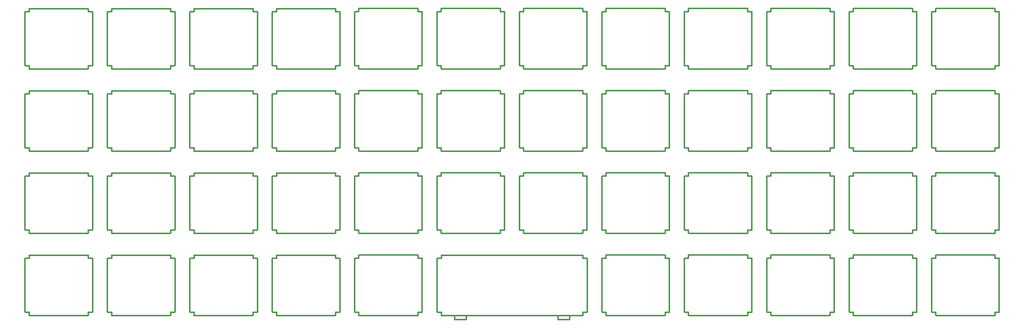
<source format=gts>
G04 #@! TF.GenerationSoftware,KiCad,Pcbnew,(5.1.10)-1*
G04 #@! TF.CreationDate,2022-01-10T13:39:26-05:00*
G04 #@! TF.ProjectId,40 plate,34302520-706c-4617-9465-2e6b69636164,rev?*
G04 #@! TF.SameCoordinates,Original*
G04 #@! TF.FileFunction,Soldermask,Top*
G04 #@! TF.FilePolarity,Negative*
%FSLAX46Y46*%
G04 Gerber Fmt 4.6, Leading zero omitted, Abs format (unit mm)*
G04 Created by KiCad (PCBNEW (5.1.10)-1) date 2022-01-10 13:39:26*
%MOMM*%
%LPD*%
G01*
G04 APERTURE LIST*
%ADD10O,0.300000X1.050000*%
%ADD11O,1.250000X0.300000*%
%ADD12O,0.300000X12.800000*%
%ADD13O,14.000000X0.300000*%
%ADD14O,0.304800X1.219200*%
%ADD15O,3.048000X0.304800*%
%ADD16O,33.050000X0.300000*%
G04 APERTURE END LIST*
D10*
X67175000Y-127275000D03*
D11*
X67650000Y-126900000D03*
X67650000Y-114400000D03*
D10*
X67175000Y-114025000D03*
X53475000Y-114025000D03*
D11*
X53000000Y-114400000D03*
X53000000Y-126900000D03*
D10*
X53475000Y-127275000D03*
D12*
X68125000Y-120650000D03*
X52525000Y-120650000D03*
D13*
X60325000Y-127650000D03*
X60325000Y-113650000D03*
D10*
X86225000Y-108225000D03*
D11*
X86700000Y-107850000D03*
X86700000Y-95350000D03*
D10*
X86225000Y-94975000D03*
X72525000Y-94975000D03*
D11*
X72050000Y-95350000D03*
X72050000Y-107850000D03*
D10*
X72525000Y-108225000D03*
D12*
X87175000Y-101600000D03*
X71575000Y-101600000D03*
D13*
X79375000Y-108600000D03*
X79375000Y-94600000D03*
D10*
X48125000Y-108225000D03*
D11*
X48600000Y-107850000D03*
X48600000Y-95350000D03*
D10*
X48125000Y-94975000D03*
X34425000Y-94975000D03*
D11*
X33950000Y-95350000D03*
X33950000Y-107850000D03*
D10*
X34425000Y-108225000D03*
D12*
X49075000Y-101600000D03*
X33475000Y-101600000D03*
D13*
X41275000Y-108600000D03*
X41275000Y-94600000D03*
D10*
X86225000Y-127275000D03*
D11*
X86700000Y-126900000D03*
X86700000Y-114400000D03*
D10*
X86225000Y-114025000D03*
X72525000Y-114025000D03*
D11*
X72050000Y-114400000D03*
X72050000Y-126900000D03*
D10*
X72525000Y-127275000D03*
D12*
X87175000Y-120650000D03*
X71575000Y-120650000D03*
D13*
X79375000Y-127650000D03*
X79375000Y-113650000D03*
D10*
X67175000Y-108225000D03*
D11*
X67650000Y-107850000D03*
X67650000Y-95350000D03*
D10*
X67175000Y-94975000D03*
X53475000Y-94975000D03*
D11*
X53000000Y-95350000D03*
X53000000Y-107850000D03*
D10*
X53475000Y-108225000D03*
D12*
X68125000Y-101600000D03*
X52525000Y-101600000D03*
D13*
X60325000Y-108600000D03*
X60325000Y-94600000D03*
D10*
X105275000Y-108225000D03*
D11*
X105750000Y-107850000D03*
X105750000Y-95350000D03*
D10*
X105275000Y-94975000D03*
X91575000Y-94975000D03*
D11*
X91100000Y-95350000D03*
X91100000Y-107850000D03*
D10*
X91575000Y-108225000D03*
D12*
X106225000Y-101600000D03*
X90625000Y-101600000D03*
D13*
X98425000Y-108600000D03*
X98425000Y-94600000D03*
D10*
X48125000Y-127275000D03*
D11*
X48600000Y-126900000D03*
X48600000Y-114400000D03*
D10*
X48125000Y-114025000D03*
X34425000Y-114025000D03*
D11*
X33950000Y-114400000D03*
X33950000Y-126900000D03*
D10*
X34425000Y-127275000D03*
D12*
X49075000Y-120650000D03*
X33475000Y-120650000D03*
D13*
X41275000Y-127650000D03*
X41275000Y-113650000D03*
D10*
X105275000Y-127275000D03*
D11*
X105750000Y-126900000D03*
X105750000Y-114400000D03*
D10*
X105275000Y-114025000D03*
X91575000Y-114025000D03*
D11*
X91100000Y-114400000D03*
X91100000Y-126900000D03*
D10*
X91575000Y-127275000D03*
D12*
X106225000Y-120650000D03*
X90625000Y-120650000D03*
D13*
X98425000Y-127650000D03*
X98425000Y-113650000D03*
X212700000Y-113625000D03*
X212700000Y-127625000D03*
D12*
X204900000Y-120625000D03*
X220500000Y-120625000D03*
D10*
X205850000Y-127250000D03*
D11*
X205375000Y-126875000D03*
X205375000Y-114375000D03*
D10*
X205850000Y-114000000D03*
X219550000Y-114000000D03*
D11*
X220025000Y-114375000D03*
X220025000Y-126875000D03*
D10*
X219550000Y-127250000D03*
D13*
X231750000Y-94575000D03*
X231750000Y-108575000D03*
D12*
X223950000Y-101575000D03*
X239550000Y-101575000D03*
D10*
X224900000Y-108200000D03*
D11*
X224425000Y-107825000D03*
X224425000Y-95325000D03*
D10*
X224900000Y-94950000D03*
X238600000Y-94950000D03*
D11*
X239075000Y-95325000D03*
X239075000Y-107825000D03*
D10*
X238600000Y-108200000D03*
D13*
X250800000Y-113625000D03*
X250800000Y-127625000D03*
D12*
X243000000Y-120625000D03*
X258600000Y-120625000D03*
D10*
X243950000Y-127250000D03*
D11*
X243475000Y-126875000D03*
X243475000Y-114375000D03*
D10*
X243950000Y-114000000D03*
X257650000Y-114000000D03*
D11*
X258125000Y-114375000D03*
X258125000Y-126875000D03*
D10*
X257650000Y-127250000D03*
D13*
X193650000Y-94575000D03*
X193650000Y-108575000D03*
D12*
X185850000Y-101575000D03*
X201450000Y-101575000D03*
D10*
X186800000Y-108200000D03*
D11*
X186325000Y-107825000D03*
X186325000Y-95325000D03*
D10*
X186800000Y-94950000D03*
X200500000Y-94950000D03*
D11*
X200975000Y-95325000D03*
X200975000Y-107825000D03*
D10*
X200500000Y-108200000D03*
D13*
X231750000Y-113625000D03*
X231750000Y-127625000D03*
D12*
X223950000Y-120625000D03*
X239550000Y-120625000D03*
D10*
X224900000Y-127250000D03*
D11*
X224425000Y-126875000D03*
X224425000Y-114375000D03*
D10*
X224900000Y-114000000D03*
X238600000Y-114000000D03*
D11*
X239075000Y-114375000D03*
X239075000Y-126875000D03*
D10*
X238600000Y-127250000D03*
D13*
X212700000Y-94575000D03*
X212700000Y-108575000D03*
D12*
X204900000Y-101575000D03*
X220500000Y-101575000D03*
D10*
X205850000Y-108200000D03*
D11*
X205375000Y-107825000D03*
X205375000Y-95325000D03*
D10*
X205850000Y-94950000D03*
X219550000Y-94950000D03*
D11*
X220025000Y-95325000D03*
X220025000Y-107825000D03*
D10*
X219550000Y-108200000D03*
D13*
X250800000Y-94575000D03*
X250800000Y-108575000D03*
D12*
X243000000Y-101575000D03*
X258600000Y-101575000D03*
D10*
X243950000Y-108200000D03*
D11*
X243475000Y-107825000D03*
X243475000Y-95325000D03*
D10*
X243950000Y-94950000D03*
X257650000Y-94950000D03*
D11*
X258125000Y-95325000D03*
X258125000Y-107825000D03*
D10*
X257650000Y-108200000D03*
D13*
X193650000Y-113625000D03*
X193650000Y-127625000D03*
D12*
X185850000Y-120625000D03*
X201450000Y-120625000D03*
D10*
X186800000Y-127250000D03*
D11*
X186325000Y-126875000D03*
X186325000Y-114375000D03*
D10*
X186800000Y-114000000D03*
X200500000Y-114000000D03*
D11*
X200975000Y-114375000D03*
X200975000Y-126875000D03*
D10*
X200500000Y-127250000D03*
D13*
X155550000Y-94575000D03*
X155550000Y-108575000D03*
D12*
X147750000Y-101575000D03*
X163350000Y-101575000D03*
D10*
X148700000Y-108200000D03*
D11*
X148225000Y-107825000D03*
X148225000Y-95325000D03*
D10*
X148700000Y-94950000D03*
X162400000Y-94950000D03*
D11*
X162875000Y-95325000D03*
X162875000Y-107825000D03*
D10*
X162400000Y-108200000D03*
D13*
X136500000Y-94575000D03*
X136500000Y-108575000D03*
D12*
X128700000Y-101575000D03*
X144300000Y-101575000D03*
D10*
X129650000Y-108200000D03*
D11*
X129175000Y-107825000D03*
X129175000Y-95325000D03*
D10*
X129650000Y-94950000D03*
X143350000Y-94950000D03*
D11*
X143825000Y-95325000D03*
X143825000Y-107825000D03*
D10*
X143350000Y-108200000D03*
D13*
X117450000Y-113625000D03*
X117450000Y-127625000D03*
D12*
X109650000Y-120625000D03*
X125250000Y-120625000D03*
D10*
X110600000Y-127250000D03*
D11*
X110125000Y-126875000D03*
X110125000Y-114375000D03*
D10*
X110600000Y-114000000D03*
X124300000Y-114000000D03*
D11*
X124775000Y-114375000D03*
X124775000Y-126875000D03*
D10*
X124300000Y-127250000D03*
D13*
X174600000Y-94575000D03*
X174600000Y-108575000D03*
D12*
X166800000Y-101575000D03*
X182400000Y-101575000D03*
D10*
X167750000Y-108200000D03*
D11*
X167275000Y-107825000D03*
X167275000Y-95325000D03*
D10*
X167750000Y-94950000D03*
X181450000Y-94950000D03*
D11*
X181925000Y-95325000D03*
X181925000Y-107825000D03*
D10*
X181450000Y-108200000D03*
D13*
X117450000Y-94575000D03*
X117450000Y-108575000D03*
D12*
X109650000Y-101575000D03*
X125250000Y-101575000D03*
D10*
X110600000Y-108200000D03*
D11*
X110125000Y-107825000D03*
X110125000Y-95325000D03*
D10*
X110600000Y-94950000D03*
X124300000Y-94950000D03*
D11*
X124775000Y-95325000D03*
X124775000Y-107825000D03*
D10*
X124300000Y-108200000D03*
D13*
X174600000Y-113625000D03*
X174600000Y-127625000D03*
D12*
X166800000Y-120625000D03*
X182400000Y-120625000D03*
D10*
X167750000Y-127250000D03*
D11*
X167275000Y-126875000D03*
X167275000Y-114375000D03*
D10*
X167750000Y-114000000D03*
X181450000Y-114000000D03*
D11*
X181925000Y-114375000D03*
X181925000Y-126875000D03*
D10*
X181450000Y-127250000D03*
X219550000Y-89150000D03*
D11*
X220025000Y-88775000D03*
X220025000Y-76275000D03*
D10*
X219550000Y-75900000D03*
X205850000Y-75900000D03*
D11*
X205375000Y-76275000D03*
X205375000Y-88775000D03*
D10*
X205850000Y-89150000D03*
D12*
X220500000Y-82525000D03*
X204900000Y-82525000D03*
D13*
X212700000Y-89525000D03*
X212700000Y-75525000D03*
D10*
X238600000Y-70100000D03*
D11*
X239075000Y-69725000D03*
X239075000Y-57225000D03*
D10*
X238600000Y-56850000D03*
X224900000Y-56850000D03*
D11*
X224425000Y-57225000D03*
X224425000Y-69725000D03*
D10*
X224900000Y-70100000D03*
D12*
X239550000Y-63475000D03*
X223950000Y-63475000D03*
D13*
X231750000Y-70475000D03*
X231750000Y-56475000D03*
D10*
X200500000Y-70100000D03*
D11*
X200975000Y-69725000D03*
X200975000Y-57225000D03*
D10*
X200500000Y-56850000D03*
X186800000Y-56850000D03*
D11*
X186325000Y-57225000D03*
X186325000Y-69725000D03*
D10*
X186800000Y-70100000D03*
D12*
X201450000Y-63475000D03*
X185850000Y-63475000D03*
D13*
X193650000Y-70475000D03*
X193650000Y-56475000D03*
D10*
X238600000Y-89150000D03*
D11*
X239075000Y-88775000D03*
X239075000Y-76275000D03*
D10*
X238600000Y-75900000D03*
X224900000Y-75900000D03*
D11*
X224425000Y-76275000D03*
X224425000Y-88775000D03*
D10*
X224900000Y-89150000D03*
D12*
X239550000Y-82525000D03*
X223950000Y-82525000D03*
D13*
X231750000Y-89525000D03*
X231750000Y-75525000D03*
D10*
X219550000Y-70100000D03*
D11*
X220025000Y-69725000D03*
X220025000Y-57225000D03*
D10*
X219550000Y-56850000D03*
X205850000Y-56850000D03*
D11*
X205375000Y-57225000D03*
X205375000Y-69725000D03*
D10*
X205850000Y-70100000D03*
D12*
X220500000Y-63475000D03*
X204900000Y-63475000D03*
D13*
X212700000Y-70475000D03*
X212700000Y-56475000D03*
D10*
X257650000Y-70100000D03*
D11*
X258125000Y-69725000D03*
X258125000Y-57225000D03*
D10*
X257650000Y-56850000D03*
X243950000Y-56850000D03*
D11*
X243475000Y-57225000D03*
X243475000Y-69725000D03*
D10*
X243950000Y-70100000D03*
D12*
X258600000Y-63475000D03*
X243000000Y-63475000D03*
D13*
X250800000Y-70475000D03*
X250800000Y-56475000D03*
D10*
X200500000Y-89150000D03*
D11*
X200975000Y-88775000D03*
X200975000Y-76275000D03*
D10*
X200500000Y-75900000D03*
X186800000Y-75900000D03*
D11*
X186325000Y-76275000D03*
X186325000Y-88775000D03*
D10*
X186800000Y-89150000D03*
D12*
X201450000Y-82525000D03*
X185850000Y-82525000D03*
D13*
X193650000Y-89525000D03*
X193650000Y-75525000D03*
D10*
X257650000Y-89150000D03*
D11*
X258125000Y-88775000D03*
X258125000Y-76275000D03*
D10*
X257650000Y-75900000D03*
X243950000Y-75900000D03*
D11*
X243475000Y-76275000D03*
X243475000Y-88775000D03*
D10*
X243950000Y-89150000D03*
D12*
X258600000Y-82525000D03*
X243000000Y-82525000D03*
D13*
X250800000Y-89525000D03*
X250800000Y-75525000D03*
D10*
X143350000Y-89150000D03*
D11*
X143825000Y-88775000D03*
X143825000Y-76275000D03*
D10*
X143350000Y-75900000D03*
X129650000Y-75900000D03*
D11*
X129175000Y-76275000D03*
X129175000Y-88775000D03*
D10*
X129650000Y-89150000D03*
D12*
X144300000Y-82525000D03*
X128700000Y-82525000D03*
D13*
X136500000Y-89525000D03*
X136500000Y-75525000D03*
D10*
X162400000Y-70100000D03*
D11*
X162875000Y-69725000D03*
X162875000Y-57225000D03*
D10*
X162400000Y-56850000D03*
X148700000Y-56850000D03*
D11*
X148225000Y-57225000D03*
X148225000Y-69725000D03*
D10*
X148700000Y-70100000D03*
D12*
X163350000Y-63475000D03*
X147750000Y-63475000D03*
D13*
X155550000Y-70475000D03*
X155550000Y-56475000D03*
D10*
X124300000Y-70100000D03*
D11*
X124775000Y-69725000D03*
X124775000Y-57225000D03*
D10*
X124300000Y-56850000D03*
X110600000Y-56850000D03*
D11*
X110125000Y-57225000D03*
X110125000Y-69725000D03*
D10*
X110600000Y-70100000D03*
D12*
X125250000Y-63475000D03*
X109650000Y-63475000D03*
D13*
X117450000Y-70475000D03*
X117450000Y-56475000D03*
D10*
X162400000Y-89150000D03*
D11*
X162875000Y-88775000D03*
X162875000Y-76275000D03*
D10*
X162400000Y-75900000D03*
X148700000Y-75900000D03*
D11*
X148225000Y-76275000D03*
X148225000Y-88775000D03*
D10*
X148700000Y-89150000D03*
D12*
X163350000Y-82525000D03*
X147750000Y-82525000D03*
D13*
X155550000Y-89525000D03*
X155550000Y-75525000D03*
D10*
X143350000Y-70100000D03*
D11*
X143825000Y-69725000D03*
X143825000Y-57225000D03*
D10*
X143350000Y-56850000D03*
X129650000Y-56850000D03*
D11*
X129175000Y-57225000D03*
X129175000Y-69725000D03*
D10*
X129650000Y-70100000D03*
D12*
X144300000Y-63475000D03*
X128700000Y-63475000D03*
D13*
X136500000Y-70475000D03*
X136500000Y-56475000D03*
D10*
X181450000Y-70100000D03*
D11*
X181925000Y-69725000D03*
X181925000Y-57225000D03*
D10*
X181450000Y-56850000D03*
X167750000Y-56850000D03*
D11*
X167275000Y-57225000D03*
X167275000Y-69725000D03*
D10*
X167750000Y-70100000D03*
D12*
X182400000Y-63475000D03*
X166800000Y-63475000D03*
D13*
X174600000Y-70475000D03*
X174600000Y-56475000D03*
D10*
X124300000Y-89150000D03*
D11*
X124775000Y-88775000D03*
X124775000Y-76275000D03*
D10*
X124300000Y-75900000D03*
X110600000Y-75900000D03*
D11*
X110125000Y-76275000D03*
X110125000Y-88775000D03*
D10*
X110600000Y-89150000D03*
D12*
X125250000Y-82525000D03*
X109650000Y-82525000D03*
D13*
X117450000Y-89525000D03*
X117450000Y-75525000D03*
D10*
X181450000Y-89150000D03*
D11*
X181925000Y-88775000D03*
X181925000Y-76275000D03*
D10*
X181450000Y-75900000D03*
X167750000Y-75900000D03*
D11*
X167275000Y-76275000D03*
X167275000Y-88775000D03*
D10*
X167750000Y-89150000D03*
D12*
X182400000Y-82525000D03*
X166800000Y-82525000D03*
D13*
X174600000Y-89525000D03*
X174600000Y-75525000D03*
D14*
X135483600Y-128115200D03*
X132740400Y-128115200D03*
X156616400Y-128115200D03*
D10*
X129675000Y-127275000D03*
D15*
X157988000Y-128572400D03*
X134112000Y-128572400D03*
D16*
X146050000Y-113650000D03*
D11*
X162900000Y-114400000D03*
X162900000Y-126900000D03*
D10*
X162425000Y-127275000D03*
X162425000Y-114025000D03*
D12*
X163375000Y-120650000D03*
D16*
X146050000Y-127650000D03*
D12*
X128725000Y-120650000D03*
D14*
X159359600Y-128115200D03*
D11*
X129200000Y-126900000D03*
X129200000Y-114400000D03*
D10*
X129675000Y-114025000D03*
D13*
X98425000Y-75550000D03*
X98425000Y-89550000D03*
D12*
X90625000Y-82550000D03*
X106225000Y-82550000D03*
D10*
X91575000Y-89175000D03*
D11*
X91100000Y-88800000D03*
X91100000Y-76300000D03*
D10*
X91575000Y-75925000D03*
X105275000Y-75925000D03*
D11*
X105750000Y-76300000D03*
X105750000Y-88800000D03*
D10*
X105275000Y-89175000D03*
D13*
X41275000Y-75550000D03*
X41275000Y-89550000D03*
D12*
X33475000Y-82550000D03*
X49075000Y-82550000D03*
D10*
X34425000Y-89175000D03*
D11*
X33950000Y-88800000D03*
X33950000Y-76300000D03*
D10*
X34425000Y-75925000D03*
X48125000Y-75925000D03*
D11*
X48600000Y-76300000D03*
X48600000Y-88800000D03*
D10*
X48125000Y-89175000D03*
D13*
X98425000Y-56500000D03*
X98425000Y-70500000D03*
D12*
X90625000Y-63500000D03*
X106225000Y-63500000D03*
D10*
X91575000Y-70125000D03*
D11*
X91100000Y-69750000D03*
X91100000Y-57250000D03*
D10*
X91575000Y-56875000D03*
X105275000Y-56875000D03*
D11*
X105750000Y-57250000D03*
X105750000Y-69750000D03*
D10*
X105275000Y-70125000D03*
D13*
X60325000Y-56500000D03*
X60325000Y-70500000D03*
D12*
X52525000Y-63500000D03*
X68125000Y-63500000D03*
D10*
X53475000Y-70125000D03*
D11*
X53000000Y-69750000D03*
X53000000Y-57250000D03*
D10*
X53475000Y-56875000D03*
X67175000Y-56875000D03*
D11*
X67650000Y-57250000D03*
X67650000Y-69750000D03*
D10*
X67175000Y-70125000D03*
D13*
X79375000Y-56500000D03*
X79375000Y-70500000D03*
D12*
X71575000Y-63500000D03*
X87175000Y-63500000D03*
D10*
X72525000Y-70125000D03*
D11*
X72050000Y-69750000D03*
X72050000Y-57250000D03*
D10*
X72525000Y-56875000D03*
X86225000Y-56875000D03*
D11*
X86700000Y-57250000D03*
X86700000Y-69750000D03*
D10*
X86225000Y-70125000D03*
D13*
X60325000Y-75550000D03*
X60325000Y-89550000D03*
D12*
X52525000Y-82550000D03*
X68125000Y-82550000D03*
D10*
X53475000Y-89175000D03*
D11*
X53000000Y-88800000D03*
X53000000Y-76300000D03*
D10*
X53475000Y-75925000D03*
X67175000Y-75925000D03*
D11*
X67650000Y-76300000D03*
X67650000Y-88800000D03*
D10*
X67175000Y-89175000D03*
D13*
X41275000Y-56500000D03*
X41275000Y-70500000D03*
D12*
X33475000Y-63500000D03*
X49075000Y-63500000D03*
D10*
X34425000Y-70125000D03*
D11*
X33950000Y-69750000D03*
X33950000Y-57250000D03*
D10*
X34425000Y-56875000D03*
X48125000Y-56875000D03*
D11*
X48600000Y-57250000D03*
X48600000Y-69750000D03*
D10*
X48125000Y-70125000D03*
D13*
X79375000Y-75550000D03*
X79375000Y-89550000D03*
D12*
X71575000Y-82550000D03*
X87175000Y-82550000D03*
D10*
X72525000Y-89175000D03*
D11*
X72050000Y-88800000D03*
X72050000Y-76300000D03*
D10*
X72525000Y-75925000D03*
X86225000Y-75925000D03*
D11*
X86700000Y-76300000D03*
X86700000Y-88800000D03*
D10*
X86225000Y-89175000D03*
M02*

</source>
